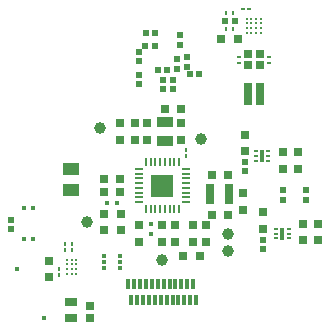
<source format=gbp>
G04*
G04 #@! TF.GenerationSoftware,Altium Limited,Altium Designer,24.9.1 (31)*
G04*
G04 Layer_Color=128*
%FSLAX44Y44*%
%MOMM*%
G71*
G04*
G04 #@! TF.SameCoordinates,7AD2B3B8-D285-4593-8982-C88D0E3F9F4F*
G04*
G04*
G04 #@! TF.FilePolarity,Positive*
G04*
G01*
G75*
%ADD19R,0.4500X0.4500*%
%ADD23R,0.3000X0.2800*%
%ADD24R,0.2500X0.3500*%
%ADD25R,0.3500X0.2500*%
%ADD27R,0.4725X0.4682*%
%ADD28R,0.2800X0.3000*%
%ADD32R,0.4682X0.4725*%
%ADD36C,1.0000*%
%ADD112R,0.4500X0.4500*%
%ADD114R,0.7000X0.7000*%
%ADD115C,0.1658*%
%ADD116R,0.4000X1.0800*%
%ADD117R,0.3500X0.2400*%
%ADD118R,0.6500X0.6500*%
G04:AMPARAMS|DCode=119|XSize=0.71mm|YSize=0.22mm|CornerRadius=0.0275mm|HoleSize=0mm|Usage=FLASHONLY|Rotation=0.000|XOffset=0mm|YOffset=0mm|HoleType=Round|Shape=RoundedRectangle|*
%AMROUNDEDRECTD119*
21,1,0.7100,0.1650,0,0,0.0*
21,1,0.6550,0.2200,0,0,0.0*
1,1,0.0550,0.3275,-0.0825*
1,1,0.0550,-0.3275,-0.0825*
1,1,0.0550,-0.3275,0.0825*
1,1,0.0550,0.3275,0.0825*
%
%ADD119ROUNDEDRECTD119*%
G04:AMPARAMS|DCode=120|XSize=0.71mm|YSize=0.22mm|CornerRadius=0.0275mm|HoleSize=0mm|Usage=FLASHONLY|Rotation=90.000|XOffset=0mm|YOffset=0mm|HoleType=Round|Shape=RoundedRectangle|*
%AMROUNDEDRECTD120*
21,1,0.7100,0.1650,0,0,90.0*
21,1,0.6550,0.2200,0,0,90.0*
1,1,0.0550,0.0825,0.3275*
1,1,0.0550,0.0825,-0.3275*
1,1,0.0550,-0.0825,-0.3275*
1,1,0.0550,-0.0825,0.3275*
%
%ADD120ROUNDEDRECTD120*%
%ADD122R,1.4000X1.0000*%
%ADD123R,1.3700X0.9300*%
%ADD124C,0.2210*%
%ADD125R,0.8000X1.8000*%
%ADD126R,0.6725X0.7154*%
%ADD127R,0.4500X0.3000*%
%ADD128R,0.3000X0.8500*%
%ADD129R,0.3000X0.9500*%
G04:AMPARAMS|DCode=130|XSize=0.76mm|YSize=1.94mm|CornerRadius=0.19mm|HoleSize=0mm|Usage=FLASHONLY|Rotation=0.000|XOffset=0mm|YOffset=0mm|HoleType=Round|Shape=RoundedRectangle|*
%AMROUNDEDRECTD130*
21,1,0.7600,1.5600,0,0,0.0*
21,1,0.3800,1.9400,0,0,0.0*
1,1,0.3800,0.1900,-0.7800*
1,1,0.3800,-0.1900,-0.7800*
1,1,0.3800,-0.1900,0.7800*
1,1,0.3800,0.1900,0.7800*
%
%ADD130ROUNDEDRECTD130*%
%ADD131R,0.9800X0.7800*%
%ADD132C,0.2160*%
%ADD133R,0.7000X0.7000*%
%ADD156R,0.4500X0.4500*%
%ADD157R,0.4500X0.4500*%
%ADD158R,1.8358X1.8358*%
D19*
X53882Y45070D02*
D03*
X143917Y116829D02*
D03*
Y124829D02*
D03*
D23*
X218858Y261449D02*
D03*
Y266749D02*
D03*
X243740Y266749D02*
D03*
Y261449D02*
D03*
D24*
X173967Y182848D02*
D03*
Y187848D02*
D03*
X77729Y107767D02*
D03*
Y102767D02*
D03*
X71552Y107828D02*
D03*
Y102828D02*
D03*
X66165Y81701D02*
D03*
Y86701D02*
D03*
D25*
X221942Y307340D02*
D03*
X226942D02*
D03*
D27*
X162729Y239068D02*
D03*
Y247111D02*
D03*
X154048Y239341D02*
D03*
Y247384D02*
D03*
X165912Y264372D02*
D03*
Y256329D02*
D03*
X134412Y270734D02*
D03*
Y262691D02*
D03*
X174562Y266217D02*
D03*
Y258174D02*
D03*
X275661Y153511D02*
D03*
Y145468D02*
D03*
X256111Y153511D02*
D03*
Y145468D02*
D03*
X223984Y169828D02*
D03*
Y177871D02*
D03*
X239009Y103588D02*
D03*
Y111631D02*
D03*
X134412Y251405D02*
D03*
Y243362D02*
D03*
X168986Y276746D02*
D03*
Y284789D02*
D03*
X25400Y120693D02*
D03*
Y128736D02*
D03*
D28*
X208127Y303470D02*
D03*
X213426D02*
D03*
X208127Y290226D02*
D03*
X213426D02*
D03*
D32*
X184946Y252044D02*
D03*
X176903D02*
D03*
X139553Y276195D02*
D03*
X147597D02*
D03*
X158069Y255195D02*
D03*
X150026D02*
D03*
X147796Y286833D02*
D03*
X139753D02*
D03*
X214918Y296864D02*
D03*
X206876D02*
D03*
D36*
X90119Y126542D02*
D03*
X209487Y117019D02*
D03*
Y102322D02*
D03*
X153920Y94210D02*
D03*
X101095Y206769D02*
D03*
X186690Y196850D02*
D03*
D112*
X30480Y87239D02*
D03*
X107197Y142559D02*
D03*
X115197D02*
D03*
D114*
X239009Y120910D02*
D03*
Y134910D02*
D03*
X223992Y200810D02*
D03*
Y186810D02*
D03*
X285999Y111110D02*
D03*
Y125110D02*
D03*
X273299Y111110D02*
D03*
Y125110D02*
D03*
X169767Y196569D02*
D03*
Y210569D02*
D03*
X141017Y196569D02*
D03*
Y210569D02*
D03*
X118197D02*
D03*
Y196569D02*
D03*
X130317Y210569D02*
D03*
Y196569D02*
D03*
X57692Y93929D02*
D03*
Y79929D02*
D03*
X164742Y124019D02*
D03*
Y110019D02*
D03*
X153917Y123829D02*
D03*
Y109829D02*
D03*
X133867Y123829D02*
D03*
Y109829D02*
D03*
X190487Y124019D02*
D03*
Y110019D02*
D03*
X255920Y185810D02*
D03*
Y171810D02*
D03*
X268620Y185810D02*
D03*
Y171810D02*
D03*
X179522Y124019D02*
D03*
Y110019D02*
D03*
X222497Y151309D02*
D03*
Y137309D02*
D03*
D115*
X264291Y145990D02*
D03*
X267791D02*
D03*
X264291Y149489D02*
D03*
X267791D02*
D03*
D116*
X238140Y182810D02*
D03*
X255519Y116910D02*
D03*
D117*
X232890Y186810D02*
D03*
Y182810D02*
D03*
Y178810D02*
D03*
X243390D02*
D03*
Y182810D02*
D03*
Y186810D02*
D03*
X250269Y120910D02*
D03*
Y116910D02*
D03*
Y112910D02*
D03*
X260769D02*
D03*
Y116910D02*
D03*
Y120910D02*
D03*
D118*
X92710Y45800D02*
D03*
Y55800D02*
D03*
D119*
X173967Y171659D02*
D03*
Y143659D02*
D03*
Y167659D02*
D03*
Y163659D02*
D03*
Y159659D02*
D03*
Y155659D02*
D03*
Y151659D02*
D03*
Y147659D02*
D03*
X133867Y143659D02*
D03*
Y147659D02*
D03*
Y151659D02*
D03*
Y155659D02*
D03*
Y159659D02*
D03*
Y163659D02*
D03*
Y167659D02*
D03*
Y171659D02*
D03*
D120*
X167917Y177709D02*
D03*
Y137609D02*
D03*
X163917Y177709D02*
D03*
Y137609D02*
D03*
X159917Y177709D02*
D03*
Y137609D02*
D03*
X155917Y177709D02*
D03*
Y137609D02*
D03*
X151917D02*
D03*
X147917D02*
D03*
X143917D02*
D03*
X139917D02*
D03*
X151917Y177709D02*
D03*
X147917D02*
D03*
X143917D02*
D03*
X139917D02*
D03*
D122*
X76447Y153540D02*
D03*
Y171320D02*
D03*
D123*
X155917Y211419D02*
D03*
Y195719D02*
D03*
D124*
X80981Y94929D02*
D03*
X76981D02*
D03*
X72981D02*
D03*
X80981Y90929D02*
D03*
X76981D02*
D03*
X72981D02*
D03*
X80981Y86929D02*
D03*
X76981D02*
D03*
X72981D02*
D03*
X80981Y82929D02*
D03*
X76981D02*
D03*
X72981D02*
D03*
D125*
X194487Y150559D02*
D03*
X210487D02*
D03*
D126*
X236348Y268885D02*
D03*
Y259313D02*
D03*
X226508Y268885D02*
D03*
Y259313D02*
D03*
D127*
X104217Y97710D02*
D03*
Y92710D02*
D03*
Y87710D02*
D03*
X117717D02*
D03*
Y92710D02*
D03*
Y97710D02*
D03*
D128*
X182420Y60540D02*
D03*
X177420D02*
D03*
X172420D02*
D03*
X167420D02*
D03*
X162420D02*
D03*
X157420D02*
D03*
X152420D02*
D03*
X147420D02*
D03*
X142420D02*
D03*
X137420D02*
D03*
X132420D02*
D03*
X127420D02*
D03*
D129*
X124920Y74040D02*
D03*
X129920D02*
D03*
X134920D02*
D03*
X139920D02*
D03*
X144920D02*
D03*
X149920D02*
D03*
X154920D02*
D03*
X159920D02*
D03*
X164920D02*
D03*
X169920D02*
D03*
X174920D02*
D03*
X179920D02*
D03*
D130*
X236795Y234950D02*
D03*
X226635D02*
D03*
D131*
X76200Y59070D02*
D03*
Y45070D02*
D03*
D132*
X237206Y286938D02*
D03*
Y290938D02*
D03*
Y294938D02*
D03*
Y298938D02*
D03*
X233206Y286938D02*
D03*
Y290938D02*
D03*
Y294938D02*
D03*
Y298938D02*
D03*
X229206Y286938D02*
D03*
Y290938D02*
D03*
Y294938D02*
D03*
Y298938D02*
D03*
X225206Y286938D02*
D03*
Y290938D02*
D03*
Y294938D02*
D03*
Y298938D02*
D03*
D133*
X104197Y162834D02*
D03*
X118197D02*
D03*
X155767Y222429D02*
D03*
X169767D02*
D03*
X104197Y152239D02*
D03*
X118197D02*
D03*
X118479Y119797D02*
D03*
X104479D02*
D03*
X171697Y97969D02*
D03*
X185697D02*
D03*
X118428Y133234D02*
D03*
X104428D02*
D03*
X195487Y133019D02*
D03*
X209487D02*
D03*
X195487Y166559D02*
D03*
X209487D02*
D03*
X203776Y281818D02*
D03*
X217777D02*
D03*
D156*
X36890Y138980D02*
D03*
X44390Y112480D02*
D03*
D157*
X36890Y112481D02*
D03*
X44390Y138980D02*
D03*
D158*
X153917Y157659D02*
D03*
M02*

</source>
